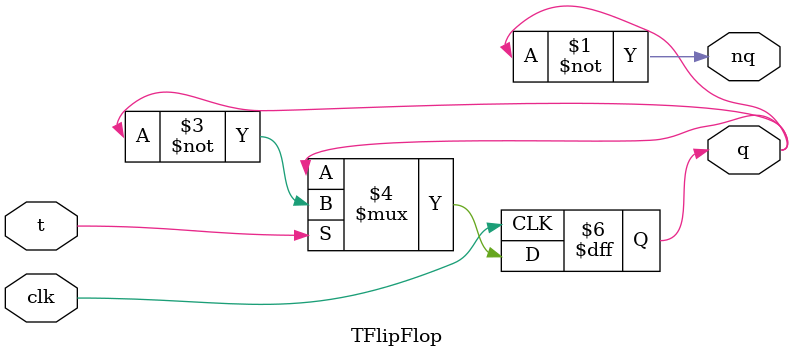
<source format=v>
`ifndef T_FLIP_FLOP
`define T_FLIP_FLOP

module TFlipFlop(
	input wire clk,
	input wire t,
	output reg q,
	output wire nq
);

	assign nq = ~q;

	always @(negedge clk)
		if (t) q <= ~q;

endmodule

`endif
</source>
